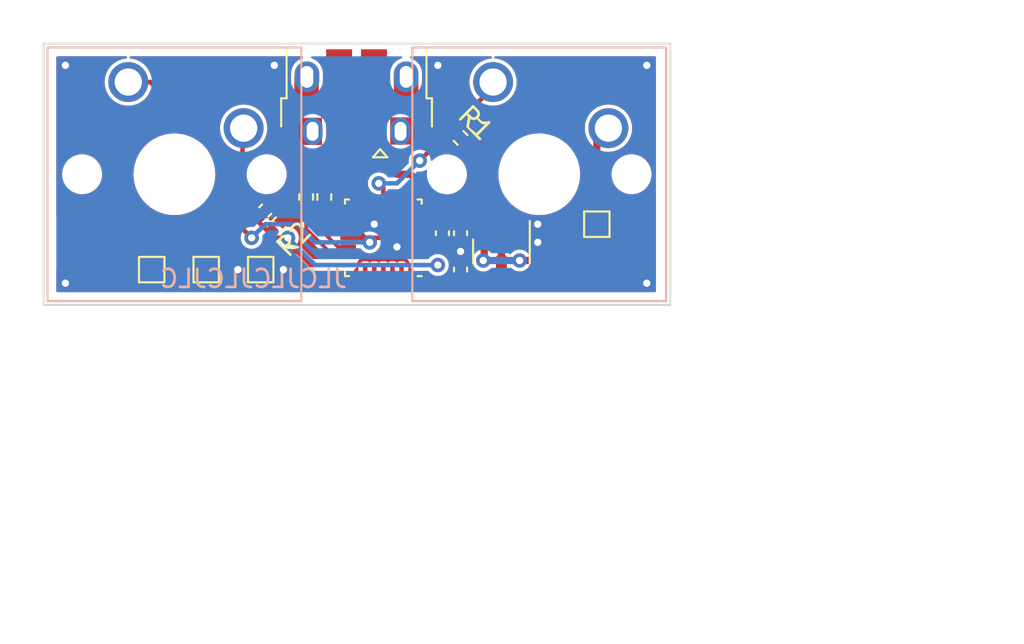
<source format=kicad_pcb>
(kicad_pcb (version 20211014) (generator pcbnew)
  (layers (0 "F.Cu" signal) (31 "B.Cu" signal) (34 "B.Paste" user) (35 "F.Paste" user) (36 "B.SilkS" user "B.Silkscreen") (37 "F.SilkS" user "F.Silkscreen") (38 "B.Mask" user) (39 "F.Mask" user) (44 "Edge.Cuts" user))
  (net 0 "")
  (net 1 "+5V")
  (net 2 "GND")
  (net 3 "+3.3V")
  (net 13 "/SWDIO")
  (net 14 "/D+")
  (net 15 "/D-")
  (net 18 "/BOOT0")
  (net 19 "/SW1")
  (net 20 "/SWCLK")
  (net 30 "Net-(J1-Pad2)")
  (net 31 "Net-(J1-Pad3)")
  (footprint "TestPoint:TestPoint_Pad_1.0x1.0mm" (layer "F.Cu") (at 91.25 57.75)
    (fp_text reference "SWDIO1")
    (fp_text value "TestPoint")
    (fp_line (start 0.7 0.7) (end -0.7 0.7) (layer "F.SilkS") (width 0.12))
    (fp_line (start 0.7 -0.7) (end 0.7 0.7) (layer "F.SilkS") (width 0.12))
    (fp_line (start -0.7 -0.7) (end 0.7 -0.7) (layer "F.SilkS") (width 0.12))
    (fp_line (start -0.7 0.7) (end -0.7 -0.7) (layer "F.SilkS") (width 0.12))
    (pad "1" smd rect (at 0 0) (size 1 1) (layers "F.Cu" "F.Mask") (net 13 "/SWDIO"))
  )
  (footprint "Capacitor_SMD:C_0402_1005Metric" (layer "F.Cu") (at 107.25 55.75 -90)
    (fp_text reference "C5")
    (fp_text value "100n")
    (fp_line (start -0.107836 -0.36) (end 0.107836 -0.36) (layer "F.SilkS") (width 0.12))
    (fp_line (start -0.107836 0.36) (end 0.107836 0.36) (layer "F.SilkS") (width 0.12))
    (pad "1" smd roundrect (at -0.48 0 270) (size 0.56 0.62) (layers "F.Cu" "F.Paste" "F.Mask") (net 3 "+3.3V"))
    (pad "2" smd roundrect (at 0.48 0 270) (size 0.56 0.62) (layers "F.Cu" "F.Paste" "F.Mask") (net 2 "GND"))
  )
  (footprint "Resistor_SMD:R_0402_1005Metric" (layer "F.Cu") (at 100.75 53.75 90)
    (fp_text reference "R4")
    (fp_text value "220Ω")
    (fp_line (start -0.153641 -0.38) (end 0.153641 -0.38) (layer "F.SilkS") (width 0.12))
    (fp_line (start -0.153641 0.38) (end 0.153641 0.38) (layer "F.SilkS") (width 0.12))
    (pad "1" smd roundrect (at -0.51 0 90) (size 0.54 0.64) (layers "F.Cu" "F.Paste" "F.Mask") (net 15 "/D-"))
    (pad "2" smd roundrect (at 0.51 0 90) (size 0.54 0.64) (layers "F.Cu" "F.Paste" "F.Mask") (net 30 "Net-(J1-Pad2)"))
  )
  (footprint "TestPoint:TestPoint_Pad_1.0x1.0mm" (layer "F.Cu") (at 115.75 55.25)
    (fp_text reference "3V3")
    (fp_text value "TestPoint")
    (fp_line (start 0.7 -0.7) (end 0.7 0.7) (layer "F.SilkS") (width 0.12))
    (fp_line (start 0.7 0.7) (end -0.7 0.7) (layer "F.SilkS") (width 0.12))
    (fp_line (start -0.7 -0.7) (end 0.7 -0.7) (layer "F.SilkS") (width 0.12))
    (fp_line (start -0.7 0.7) (end -0.7 -0.7) (layer "F.SilkS") (width 0.12))
    (pad "1" smd rect (at 0 0) (size 1 1) (layers "F.Cu" "F.Mask") (net 3 "+3.3V"))
  )
  (footprint "Capacitor_SMD:C_0402_1005Metric" (layer "F.Cu") (at 97.5 54.5 45)
    (fp_text reference "C4")
    (fp_text value "100n")
    (fp_line (start -0.107836 -0.36) (end 0.107836 -0.36) (layer "F.SilkS") (width 0.12))
    (fp_line (start -0.107836 0.36) (end 0.107836 0.36) (layer "F.SilkS") (width 0.12))
    (pad "1" smd roundrect (at -0.48 0 45) (size 0.56 0.62) (layers "F.Cu" "F.Paste" "F.Mask") (net 18 "/BOOT0"))
    (pad "2" smd roundrect (at 0.48 0 45) (size 0.56 0.62) (layers "F.Cu" "F.Paste" "F.Mask") (net 2 "GND"))
  )
  (footprint "Capacitor_SMD:C_0402_1005Metric" (layer "F.Cu") (at 108.25 55.75 -90)
    (fp_text reference "C2")
    (fp_text value "1uF")
    (fp_line (start -0.107836 -0.36) (end 0.107836 -0.36) (layer "F.SilkS") (width 0.12))
    (fp_line (start -0.107836 0.36) (end 0.107836 0.36) (layer "F.SilkS") (width 0.12))
    (pad "1" smd roundrect (at -0.48 0 270) (size 0.56 0.62) (layers "F.Cu" "F.Paste" "F.Mask") (net 3 "+3.3V"))
    (pad "2" smd roundrect (at 0.48 0 270) (size 0.56 0.62) (layers "F.Cu" "F.Paste" "F.Mask") (net 2 "GND"))
  )
  (footprint "Capacitor_SMD:C_0402_1005Metric" (layer "F.Cu") (at 109 49.75 -45)
    (fp_text reference "C3")
    (fp_text value "100n")
    (fp_line (start -0.107836 0.36) (end 0.107836 0.36) (layer "F.SilkS") (width 0.12))
    (fp_line (start -0.107836 -0.36) (end 0.107836 -0.36) (layer "F.SilkS") (width 0.12))
    (pad "1" smd roundrect (at -0.48 0 315) (size 0.56 0.62) (layers "F.Cu" "F.Paste" "F.Mask") (net 19 "/SW1"))
    (pad "2" smd roundrect (at 0.48 0 315) (size 0.56 0.62) (layers "F.Cu" "F.Paste" "F.Mask") (net 2 "GND"))
  )
  (footprint "Package_DFN_QFN:QFN-28_4x4mm_P0.5mm" (layer "F.Cu") (at 104 56 180)
    (fp_text reference "U2")
    (fp_text value "STM32F042G6Ux")
    (fp_line (start 1.885 -2.11) (end 2.11 -2.11) (layer "F.SilkS") (width 0.12))
    (fp_line (start -1.885 -2.11) (end -2.11 -2.11) (layer "F.SilkS") (width 0.12))
    (fp_line (start -2.11 2.11) (end -2.11 1.885) (layer "F.SilkS") (width 0.12))
    (fp_line (start 2.11 -2.11) (end 2.11 -1.885) (layer "F.SilkS") (width 0.12))
    (fp_line (start -1.885 2.11) (end -2.11 2.11) (layer "F.SilkS") (width 0.12))
    (fp_line (start 1.885 2.11) (end 2.11 2.11) (layer "F.SilkS") (width 0.12))
    (fp_line (start 2.11 2.11) (end 2.11 1.885) (layer "F.SilkS") (width 0.12))
    (pad "1" smd custom (at -1.9975 -1.5 180) (size 0.136863 0.136863) (layers "F.Cu" "F.Paste" "F.Mask") (net 18 "/BOOT0") (options (clearance outline) (anchor circle)) (primitives (gr_poly (pts (xy 0.3325 0.05364) (xy 0.3325 0.08) (xy -0.3325 0.08) (xy -0.3325 -0.08) (xy 0.19886 -0.08)) (width 0.09) (fill yes))))
    (pad "2" smd roundrect (at -1.9375 -1 180) (size 0.875 0.25) (layers "F.Cu" "F.Paste" "F.Mask"))
    (pad "3" smd roundrect (at -1.9375 -0.5 180) (size 0.875 0.25) (layers "F.Cu" "F.Paste" "F.Mask"))
    (pad "4" smd roundrect (at -1.9375 0 180) (size 0.875 0.25) (layers "F.Cu" "F.Paste" "F.Mask"))
    (pad "5" smd roundrect (at -1.9375 0.5 180) (size 0.875 0.25) (layers "F.Cu" "F.Paste" "F.Mask") (net 3 "+3.3V"))
    (pad "6" smd roundrect (at -1.9375 1 180) (size 0.875 0.25) (layers "F.Cu" "F.Paste" "F.Mask"))
    (pad "7" smd custom (at -1.9975 1.5 180) (size 0.136863 0.136863) (layers "F.Cu" "F.Paste" "F.Mask") (options (clearance outline) (anchor circle)) (primitives (gr_poly (pts (xy 0.3325 -0.05364) (xy 0.19886 0.08) (xy -0.3325 0.08) (xy -0.3325 -0.08) (xy 0.3325 -0.08)) (width 0.09) (fill yes))))
    (pad "8" smd custom (at -1.5 1.9975 180) (size 0.136863 0.136863) (layers "F.Cu" "F.Paste" "F.Mask") (options (clearance outline) (anchor circle)) (primitives (gr_poly (pts (xy 0.08 0.3325) (xy -0.08 0.3325) (xy -0.08 -0.19886) (xy 0.05364 -0.3325) (xy 0.08 -0.3325)) (width 0.09) (fill yes))))
    (pad "9" smd roundrect (at -1 1.9375 180) (size 0.25 0.875) (layers "F.Cu" "F.Paste" "F.Mask"))
    (pad "10" smd roundrect (at -0.5 1.9375 180) (size 0.25 0.875) (layers "F.Cu" "F.Paste" "F.Mask"))
    (pad "11" smd roundrect (at 0 1.9375 180) (size 0.25 0.875) (layers "F.Cu" "F.Paste" "F.Mask") (net 19 "/SW1"))
    (pad "12" smd roundrect (at 0.5 1.9375 180) (size 0.25 0.875) (layers "F.Cu" "F.Paste" "F.Mask"))
    (pad "13" smd roundrect (at 1 1.9375 180) (size 0.25 0.875) (layers "F.Cu" "F.Paste" "F.Mask"))
    (pad "14" smd custom (at 1.5 1.9975 180) (size 0.136863 0.136863) (layers "F.Cu" "F.Paste" "F.Mask") (options (clearance outline) (anchor circle)) (primitives (gr_poly (pts (xy 0.08 -0.19886) (xy 0.08 0.3325) (xy -0.08 0.3325) (xy -0.08 -0.3325) (xy -0.05364 -0.3325)) (width 0.09) (fill yes))))
    (pad "15" smd custom (at 1.9975 1.5 180) (size 0.136863 0.136863) (layers "F.Cu" "F.Paste" "F.Mask") (options (clearance outline) (anchor circle)) (primitives (gr_poly (pts (xy 0.3325 0.08) (xy -0.19886 0.08) (xy -0.3325 -0.05364) (xy -0.3325 -0.08) (xy 0.3325 -0.08)) (width 0.09) (fill yes))))
    (pad "16" smd roundrect (at 1.9375 1 180) (size 0.875 0.25) (layers "F.Cu" "F.Paste" "F.Mask") (net 2 "GND"))
    (pad "17" smd roundrect (at 1.9375 0.5 180) (size 0.875 0.25) (layers "F.Cu" "F.Paste" "F.Mask") (net 3 "+3.3V"))
    (pad "18" smd roundrect (at 1.9375 0 180) (size 0.875 0.25) (layers "F.Cu" "F.Paste" "F.Mask") (net 3 "+3.3V"))
    (pad "19" smd roundrect (at 1.9375 -0.5 180) (size 0.875 0.25) (layers "F.Cu" "F.Paste" "F.Mask") (net 15 "/D-"))
    (pad "20" smd roundrect (at 1.9375 -1 180) (size 0.875 0.25) (layers "F.Cu" "F.Paste" "F.Mask") (net 14 "/D+"))
    (pad "21" smd custom (at 1.9975 -1.5 180) (size 0.136863 0.136863) (layers "F.Cu" "F.Paste" "F.Mask") (net 13 "/SWDIO") (options (clearance outline) (anchor circle)) (primitives (gr_poly (pts (xy 0.3325 0.08) (xy -0.3325 0.08) (xy -0.3325 0.05364) (xy -0.19886 -0.08) (xy 0.3325 -0.08)) (width 0.09) (fill yes))))
    (pad "22" smd custom (at 1.5 -1.9975 180) (size 0.136863 0.136863) (layers "F.Cu" "F.Paste" "F.Mask") (net 20 "/SWCLK") (options (clearance outline) (anchor circle)) (primitives (gr_poly (pts (xy 0.08 0.19886) (xy -0.05364 0.3325) (xy -0.08 0.3325) (xy -0.08 -0.3325) (xy 0.08 -0.3325)) (width 0.09) (fill yes))))
    (pad "23" smd roundrect (at 1 -1.9375 180) (size 0.25 0.875) (layers "F.Cu" "F.Paste" "F.Mask"))
    (pad "24" smd roundrect (at 0.5 -1.9375 180) (size 0.25 0.875) (layers "F.Cu" "F.Paste" "F.Mask"))
    (pad "25" smd roundrect (at 0 -1.9375 180) (size 0.25 0.875) (layers "F.Cu" "F.Paste" "F.Mask"))
    (pad "26" smd roundrect (at -0.5 -1.9375 180) (size 0.25 0.875) (layers "F.Cu" "F.Paste" "F.Mask"))
    (pad "27" smd roundrect (at -1 -1.9375 180) (size 0.25 0.875) (layers "F.Cu" "F.Paste" "F.Mask"))
    (pad "28" smd custom (at -1.5 -1.9975 180) (size 0.136863 0.136863) (layers "F.Cu" "F.Paste" "F.Mask") (options (clearance outline) (anchor circle)) (primitives (gr_poly (pts (xy 0.08 0.3325) (xy 0.05364 0.3325) (xy -0.08 0.19886) (xy -0.08 -0.3325) (xy 0.08 -0.3325)) (width 0.09) (fill yes))))
  )
  (footprint "Resistor_SMD:R_0402_1005Metric" (layer "F.Cu") (at 98.25 55.25 -135)
    (fp_text reference "R2" (at 0 -1.17 45) (layer "F.SilkS"))
    (fp_text value "10k")
    (fp_line (start -0.153641 -0.38) (end 0.153641 -0.38) (layer "F.SilkS") (width 0.12))
    (fp_line (start -0.153641 0.38) (end 0.153641 0.38) (layer "F.SilkS") (width 0.12))
    (pad "1" smd roundrect (at -0.51 0 225) (size 0.54 0.64) (layers "F.Cu" "F.Paste" "F.Mask") (net 2 "GND"))
    (pad "2" smd roundrect (at 0.51 0 225) (size 0.54 0.64) (layers "F.Cu" "F.Paste" "F.Mask") (net 18 "/BOOT0"))
  )
  (footprint "Connector_USB:USB_Micro-B_Amphenol_10103594-0001LF_Horizontal" (layer "F.Cu") (at 102.5 48.25 180)
    (fp_text reference "J1")
    (fp_text value "USB_B_Micro")
    (fp_line (start 4.125 -0.065) (end 4.125 -1.615) (layer "F.SilkS") (width 0.12))
    (fp_line (start -4.175 -0.065) (end -3.875 -0.065) (layer "F.SilkS") (width 0.12))
    (fp_line (start 3.825 2.735) (end 3.825 -0.065) (layer "F.SilkS") (width 0.12))
    (fp_line (start -4.175 -0.065) (end -4.175 -1.615) (layer "F.SilkS") (width 0.12))
    (fp_line (start -3.875 2.735) (end -3.875 -0.065) (layer "F.SilkS") (width 0.12))
    (fp_line (start -1.725 -3.315) (end -0.925 -3.315) (layer "F.SilkS") (width 0.12))
    (fp_line (start -0.925 -3.315) (end -1.325 -2.865) (layer "F.SilkS") (width 0.12))
    (fp_line (start 3.825 -0.065) (end 4.125 -0.065) (layer "F.SilkS") (width 0.12))
    (fp_line (start -1.325 -2.865) (end -1.725 -3.315) (layer "F.SilkS") (width 0.12))
    (pad "1" smd rect (at -1.325 -1.765 270) (size 1.65 0.4) (layers "F.Cu" "F.Paste" "F.Mask") (net 1 "+5V"))
    (pad "2" smd rect (at -0.675 -1.765 270) (size 1.65 0.4) (layers "F.Cu" "F.Paste" "F.Mask") (net 30 "Net-(J1-Pad2)"))
    (pad "3" smd rect (at -0.025 -1.765 270) (size 1.65 0.4) (layers "F.Cu" "F.Paste" "F.Mask") (net 31 "Net-(J1-Pad3)"))
    (pad "4" smd rect (at 0.625 -1.765 270) (size 1.65 0.4) (layers "F.Cu" "F.Paste" "F.Mask"))
    (pad "5" smd rect (at 1.275 -1.765 270) (size 1.65 0.4) (layers "F.Cu" "F.Paste" "F.Mask") (net 2 "GND"))
    (pad "6" thru_hole oval (at 2.395 -1.885 270) (size 1.5 1.1) (drill oval 1.05 0.65) (layers *.Cu *.Mask))
    (pad "6" smd rect (at -2.875 -1.865 180) (size 2 1.5) (layers "F.Cu" "F.Paste" "F.Mask"))
    (pad "6" thru_hole oval (at -2.445 -1.885 270) (size 1.5 1.1) (drill oval 1.05 0.65) (layers *.Cu *.Mask))
    (pad "6" thru_hole oval (at 2.705 1.115 270) (size 1.7 1.35) (drill oval 1.2 0.7) (layers *.Cu *.Mask))
    (pad "6" smd rect (at -2.755 0.185 180) (size 1.35 2) (layers "F.Cu" "F.Paste" "F.Mask"))
    (pad "6" smd rect (at -2.975 -0.565 180) (size 1.825 0.7) (layers "F.Cu" "F.Paste" "F.Mask"))
    (pad "6" smd rect (at 2.875 -1.885 180) (size 2 1.5) (layers "F.Cu" "F.Paste" "F.Mask"))
    (pad "6" smd rect (at 2.975 -0.565 180) (size 1.825 0.7) (layers "F.Cu" "F.Paste" "F.Mask"))
    (pad "6" smd rect (at -0.985 1.385 270) (size 2.5 1.43) (layers "F.Cu" "F.Paste" "F.Mask"))
    (pad "6" smd rect (at 0.935 1.385 270) (size 2.5 1.43) (layers "F.Cu" "F.Paste" "F.Mask"))
    (pad "6" smd rect (at 2.725 0.185 180) (size 1.35 2) (layers "F.Cu" "F.Paste" "F.Mask"))
    (pad "6" thru_hole oval (at -2.755 1.115 270) (size 1.7 1.35) (drill oval 1.2 0.7) (layers *.Cu *.Mask))
  )
  (footprint "Resistor_SMD:R_0402_1005Metric" (layer "F.Cu") (at 108.25 50.5 -45)
    (fp_text reference "R1" (at 0 -1.17 135) (layer "F.SilkS"))
    (fp_text value "10k")
    (fp_line (start -0.153641 0.38) (end 0.153641 0.38) (layer "F.SilkS") (width 0.12))
    (fp_line (start -0.153641 -0.38) (end 0.153641 -0.38) (layer "F.SilkS") (width 0.12))
    (pad "1" smd roundrect (at -0.51 0 315) (size 0.54 0.64) (layers "F.Cu" "F.Paste" "F.Mask") (net 2 "GND"))
    (pad "2" smd roundrect (at 0.51 0 315) (size 0.54 0.64) (layers "F.Cu" "F.Paste" "F.Mask") (net 19 "/SW1"))
  )
  (footprint "Resistor_SMD:R_0402_1005Metric" (layer "F.Cu") (at 99.75 53.75 -90)
    (fp_text reference "R3")
    (fp_text value "220Ω")
    (fp_line (start -0.153641 0.38) (end 0.153641 0.38) (layer "F.SilkS") (width 0.12))
    (fp_line (start -0.153641 -0.38) (end 0.153641 -0.38) (layer "F.SilkS") (width 0.12))
    (pad "1" smd roundrect (at -0.51 0 270) (size 0.54 0.64) (layers "F.Cu" "F.Paste" "F.Mask") (net 31 "Net-(J1-Pad3)"))
    (pad "2" smd roundrect (at 0.51 0 270) (size 0.54 0.64) (layers "F.Cu" "F.Paste" "F.Mask") (net 14 "/D+"))
  )
  (footprint "TestPoint:TestPoint_Pad_1.0x1.0mm" (layer "F.Cu") (at 94.25 57.75)
    (fp_text reference "SWCLK1")
    (fp_text value "TestPoint")
    (fp_line (start -0.7 -0.7) (end 0.7 -0.7) (layer "F.SilkS") (width 0.12))
    (fp_line (start 0.7 -0.7) (end 0.7 0.7) (layer "F.SilkS") (width 0.12))
    (fp_line (start 0.7 0.7) (end -0.7 0.7) (layer "F.SilkS") (width 0.12))
    (fp_line (start -0.7 0.7) (end -0.7 -0.7) (layer "F.SilkS") (width 0.12))
    (pad "1" smd rect (at 0 0) (size 1 1) (layers "F.Cu" "F.Mask") (net 20 "/SWCLK"))
  )
  (footprint "Capacitor_SMD:C_0402_1005Metric" (layer "F.Cu") (at 108.25 57.75 90)
    (fp_text reference "C1")
    (fp_text value "1uF")
    (fp_line (start -0.107836 0.36) (end 0.107836 0.36) (layer "F.SilkS") (width 0.12))
    (fp_line (start -0.107836 -0.36) (end 0.107836 -0.36) (layer "F.SilkS") (width 0.12))
    (pad "1" smd roundrect (at -0.48 0 90) (size 0.56 0.62) (layers "F.Cu" "F.Paste" "F.Mask") (net 1 "+5V"))
    (pad "2" smd roundrect (at 0.48 0 90) (size 0.56 0.62) (layers "F.Cu" "F.Paste" "F.Mask") (net 2 "GND"))
  )
  (footprint "TestPoint:TestPoint_Pad_1.0x1.0mm" (layer "F.Cu") (at 97.25 57.75)
    (fp_text reference "GND1")
    (fp_text value "TestPoint")
    (fp_line (start -0.7 0.7) (end -0.7 -0.7) (layer "F.SilkS") (width 0.12))
    (fp_line (start -0.7 -0.7) (end 0.7 -0.7) (layer "F.SilkS") (width 0.12))
    (fp_line (start 0.7 0.7) (end -0.7 0.7) (layer "F.SilkS") (width 0.12))
    (fp_line (start 0.7 -0.7) (end 0.7 0.7) (layer "F.SilkS") (width 0.12))
    (pad "1" smd rect (at 0 0) (size 1 1) (layers "F.Cu" "F.Mask") (net 2 "GND"))
  )
  (footprint "Package_TO_SOT_SMD:SOT-23" (layer "F.Cu") (at 110.5 56.75 -90)
    (fp_text reference "U1")
    (fp_text value "XC6206P332MR")
    (fp_line (start 0 -1.56) (end 0.65 -1.56) (layer "F.SilkS") (width 0.12))
    (fp_line (start 0 1.56) (end 0.65 1.56) (layer "F.SilkS") (width 0.12))
    (fp_line (start 0 -1.56) (end -1.675 -1.56) (layer "F.SilkS") (width 0.12))
    (fp_line (start 0 1.56) (end -0.65 1.56) (layer "F.SilkS") (width 0.12))
    (pad "1" smd roundrect (at -0.9375 -0.95 270) (size 1.475 0.6) (layers "F.Cu" "F.Paste" "F.Mask") (net 2 "GND"))
    (pad "2" smd roundrect (at -0.9375 0.95 270) (size 1.475 0.6) (layers "F.Cu" "F.Paste" "F.Mask") (net 3 "+3.3V"))
    (pad "3" smd roundrect (at 0.9375 0 270) (size 1.475 0.6) (layers "F.Cu" "F.Paste" "F.Mask") (net 1 "+5V"))
  )
  (footprint "Button_Switch_Keyboard:SW_Cherry_MX_1.00u_PCB" (layer "B.Cu") (at 110.04 47.42 180)
    (fp_text reference "SW1")
    (fp_text value "SW_Push")
    (fp_line (start 4.445 -12.065) (end -9.525 -12.065) (layer "B.SilkS") (width 0.12))
    (fp_line (start -9.525 -12.065) (end -9.525 1.905) (layer "B.SilkS") (width 0.12))
    (fp_line (start 4.445 1.905) (end 4.445 -12.065) (layer "B.SilkS") (width 0.12))
    (fp_line (start -9.525 1.905) (end 4.445 1.905) (layer "B.SilkS") (width 0.12))
    (pad "" np_thru_hole circle (at -7.62 -5.08 180) (size 1.7 1.7) (drill 1.7) (layers *.Cu *.Mask))
    (pad "" np_thru_hole circle (at 2.54 -5.08 180) (size 1.7 1.7) (drill 1.7) (layers *.Cu *.Mask))
    (pad "" np_thru_hole circle (at -2.54 -5.08 180) (size 4 4) (drill 4) (layers *.Cu *.Mask))
    (pad "1" thru_hole circle (at 0 0 180) (size 2.2 2.2) (drill 1.5) (layers *.Cu *.Mask) (net 19 "/SW1"))
    (pad "2" thru_hole circle (at -6.35 -2.54 180) (size 2.2 2.2) (drill 1.5) (layers *.Cu *.Mask) (net 3 "+3.3V"))
  )
  (footprint "Button_Switch_Keyboard:SW_Cherry_MX_1.00u_PCB" (layer "B.Cu") (at 89.96 47.42 180)
    (fp_text reference "SW2")
    (fp_text value "SW_Push")
    (fp_line (start 4.445 1.905) (end 4.445 -12.065) (layer "B.SilkS") (width 0.12))
    (fp_line (start -9.525 -12.065) (end -9.525 1.905) (layer "B.SilkS") (width 0.12))
    (fp_line (start 4.445 -12.065) (end -9.525 -12.065) (layer "B.SilkS") (width 0.12))
    (fp_line (start -9.525 1.905) (end 4.445 1.905) (layer "B.SilkS") (width 0.12))
    (pad "" np_thru_hole circle (at -2.54 -5.08 180) (size 4 4) (drill 4) (layers *.Cu *.Mask))
    (pad "" np_thru_hole circle (at -7.62 -5.08 180) (size 1.7 1.7) (drill 1.7) (layers *.Cu *.Mask))
    (pad "" np_thru_hole circle (at 2.54 -5.08 180) (size 1.7 1.7) (drill 1.7) (layers *.Cu *.Mask))
    (pad "1" thru_hole circle (at 0 0 180) (size 2.2 2.2) (drill 1.5) (layers *.Cu *.Mask) (net 3 "+3.3V"))
    (pad "2" thru_hole circle (at -6.35 -2.54 180) (size 2.2 2.2) (drill 1.5) (layers *.Cu *.Mask) (net 18 "/BOOT0"))
  )
  (gr_rect (start 85.3 45.3) (end 119.8 59.7) (layer "Edge.Cuts") (width 0.1) (fill none))
  (gr_text "rappet\n2023" (at 88 56.25) (layer "F.Cu") (effects (font (size 0.7 0.7))))
  (gr_text "JLCJLCJLCJLC" (at 96.85 58.25) (layer "B.SilkS") (effects (font (size 1 1)) (justify mirror)))
  (segment (start 103.825 50.015) (end 103.825 51.575) (width 0.4) (layer "F.Cu") (net 1))
  (segment (start 107 54) (end 109.5 54) (width 0.4) (layer "F.Cu") (net 1))
  (segment (start 110.5 55) (end 110.5 57.6875) (width 0.4) (layer "F.Cu") (net 1))
  (segment (start 108.25 58.23) (end 109.9575 58.23) (width 0.4) (layer "F.Cu") (net 1))
  (segment (start 104.75 52.5) (end 105.5 52.5) (width 0.4) (layer "F.Cu") (net 1))
  (segment (start 109.9575 58.23) (end 110.5 57.6875) (width 0.4) (layer "F.Cu") (net 1))
  (segment (start 103.825 51.575) (end 104.75 52.5) (width 0.4) (layer "F.Cu") (net 1))
  (segment (start 109.5 54) (end 110.5 55) (width 0.4) (layer "F.Cu") (net 1))
  (segment (start 105.5 52.5) (end 107 54) (width 0.4) (layer "F.Cu") (net 1))
  (segment (start 107.25 56.23) (end 108.25 56.23) (width 0.4) (layer "F.Cu") (net 2))
  (segment (start 97.25 57.75) (end 96 57.75) (width 0.25) (layer "F.Cu") (net 2))
  (segment (start 108.25 57.27) (end 108.25 56.75) (width 0.4) (layer "F.Cu") (net 2))
  (segment (start 97.25 57.75) (end 98.5 57.75) (width 0.25) (layer "F.Cu") (net 2))
  (segment (start 103.25 55) (end 103.5 55.25) (width 0.25) (layer "F.Cu") (net 2))
  (segment (start 102.0625 55) (end 103.25 55) (width 0.25) (layer "F.Cu") (net 2))
  (segment (start 108.25 56.23) (end 108.25 56.75) (width 0.4) (layer "F.Cu") (net 2))
  (via (at 112.5 55.25) (size 0.8) (drill 0.4) (layers "F.Cu" "B.Cu") (net 2))
  (via (at 107 46.5) (size 0.8) (drill 0.4) (layers "F.Cu" "B.Cu") (net 2))
  (via (at 96 57.75) (size 0.8) (drill 0.4) (layers "F.Cu" "B.Cu") (net 2))
  (via (at 112.5 56.25) (size 0.8) (drill 0.4) (layers "F.Cu" "B.Cu") (net 2))
  (via (at 118.5 58.5) (size 0.8) (drill 0.4) (layers "F.Cu" "B.Cu") (net 2))
  (via (at 98 46.5) (size 0.8) (drill 0.4) (layers "F.Cu" "B.Cu") (net 2))
  (via (at 86.5 58.5) (size 0.8) (drill 0.4) (layers "F.Cu" "B.Cu") (net 2))
  (via (at 108.25 56.75) (size 0.8) (drill 0.4) (layers "F.Cu" "B.Cu") (net 2))
  (via (at 104.75 56.5) (size 0.8) (drill 0.4) (layers "F.Cu" "B.Cu") (net 2))
  (via (at 118.5 46.5) (size 0.8) (drill 0.4) (layers "F.Cu" "B.Cu") (net 2))
  (via (at 103.5 55.25) (size 0.8) (drill 0.4) (layers "F.Cu" "B.Cu") (net 2))
  (via (at 98.5 57.75) (size 0.8) (drill 0.4) (layers "F.Cu" "B.Cu") (net 2))
  (via (at 86.5 46.5) (size 0.8) (drill 0.4) (layers "F.Cu" "B.Cu") (net 2))
  (segment (start 95.5 54.75) (end 96.75 56) (width 0.25) (layer "F.Cu") (net 3))
  (segment (start 109.0075 55.27) (end 109.55 55.8125) (width 0.4) (layer "F.Cu") (net 3))
  (segment (start 89.96 47.42) (end 91.17 47.42) (width 0.25) (layer "F.Cu") (net 3))
  (segment (start 103.25 56.25) (end 103 56) (width 0.25) (layer "F.Cu") (net 3))
  (segment (start 104.5 55.5) (end 105.9375 55.5) (width 0.25) (layer "F.Cu") (net 3))
  (segment (start 106.5 55.5) (end 106.73 55.27) (width 0.25) (layer "F.Cu") (net 3))
  (segment (start 95.5 51.75) (end 95.5 54) (width 0.25) (layer "F.Cu") (net 3))
  (segment (start 109.55 55.8125) (end 109.55 57.2) (width 0.4) (layer "F.Cu") (net 3))
  (segment (start 95.5 54) (end 95.5 54.75) (width 0.25) (layer "F.Cu") (net 3))
  (segment (start 95.25 51.5) (end 95.5 51.75) (width 0.25) (layer "F.Cu") (net 3))
  (segment (start 105.9375 55.5) (end 106.5 55.5) (width 0.25) (layer "F.Cu") (net 3))
  (segment (start 113.75 57.25) (end 115.75 55.25) (width 0.4) (layer "F.Cu") (net 3))
  (segment (start 103 56) (end 104 56) (width 0.25) (layer "F.Cu") (net 3))
  (segment (start 102.0625 55.5) (end 102.5 55.5) (width 0.25) (layer "F.Cu") (net 3))
  (segment (start 104 56) (end 104.5 55.5) (width 0.25) (layer "F.Cu") (net 3))
  (segment (start 108.25 55.27) (end 109.0075 55.27) (width 0.4) (layer "F.Cu") (net 3))
  (segment (start 109.55 57.2) (end 109.5 57.25) (width 0.4) (layer "F.Cu") (net 3))
  (segment (start 115.75 50.6) (end 116.39 49.96) (width 0.4) (layer "F.Cu") (net 3))
  (segment (start 107.25 55.27) (end 108.25 55.27) (width 0.4) (layer "F.Cu") (net 3))
  (segment (start 102.5 55.5) (end 103 56) (width 0.25) (layer "F.Cu") (net 3))
  (segment (start 115.75 55.25) (end 115.75 50.6) (width 0.4) (layer "F.Cu") (net 3))
  (segment (start 102.0625 56) (end 103 56) (width 0.25) (layer "F.Cu") (net 3))
  (segment (start 106.73 55.27) (end 107.25 55.27) (width 0.25) (layer "F.Cu") (net 3))
  (segment (start 91.17 47.42) (end 95.25 51.5) (width 0.25) (layer "F.Cu") (net 3))
  (segment (start 111.5 57.25) (end 113.75 57.25) (width 0.4) (layer "F.Cu") (net 3))
  (via (at 96.75 56) (size 0.8) (drill 0.4) (layers "F.Cu" "B.Cu") (net 3))
  (via (at 109.5 57.25) (size 0.8) (drill 0.4) (layers "F.Cu" "B.Cu") (net 3))
  (via (at 111.5 57.25) (size 0.8) (drill 0.4) (layers "F.Cu" "B.Cu") (net 3))
  (via (at 103.25 56.25) (size 0.8) (drill 0.4) (layers "F.Cu" "B.Cu") (net 3))
  (segment (start 99.25 55.25) (end 100.25 56.25) (width 0.25) (layer "B.Cu") (net 3))
  (segment (start 97.5 55.25) (end 99.25 55.25) (width 0.25) (layer "B.Cu") (net 3))
  (segment (start 96.75 56) (end 97.5 55.25) (width 0.25) (layer "B.Cu") (net 3))
  (segment (start 109.5 57.25) (end 111.5 57.25) (width 0.4) (layer "B.Cu") (net 3))
  (segment (start 100.25 56.25) (end 103.25 56.25) (width 0.25) (layer "B.Cu") (net 3))
  (segment (start 92.25 56.75) (end 91.25 57.75) (width 0.25) (layer "F.Cu") (net 13))
  (segment (start 102.0025 57.5) (end 100 57.5) (width 0.25) (layer "F.Cu") (net 13))
  (segment (start 99.25 56.75) (end 92.25 56.75) (width 0.25) (layer "F.Cu") (net 13))
  (segment (start 100 57.5) (end 99.25 56.75) (width 0.25) (layer "F.Cu") (net 13))
  (segment (start 102.0625 57) (end 101.25 57) (width 0.2) (layer "F.Cu") (net 14))
  (segment (start 99.75 55.5) (end 99.75 54.26) (width 0.2) (layer "F.Cu") (net 14))
  (segment (start 101.25 57) (end 99.75 55.5) (width 0.2) (layer "F.Cu") (net 14))
  (segment (start 101.5 56.5) (end 100.75 55.75) (width 0.2) (layer "F.Cu") (net 15))
  (segment (start 100.75 55.75) (end 100.75 54.26) (width 0.2) (layer "F.Cu") (net 15))
  (segment (start 102.0625 56.5) (end 101.5 56.5) (width 0.2) (layer "F.Cu") (net 15))
  (segment (start 96.31 49.96) (end 96.25 50.02) (width 0.25) (layer "F.Cu") (net 18))
  (segment (start 96.25 54.25) (end 98 56) (width 0.25) (layer "F.Cu") (net 18))
  (segment (start 96.25 50.02) (end 96.25 54.25) (width 0.25) (layer "F.Cu") (net 18))
  (segment (start 107 57.5) (end 105.9975 57.5) (width 0.25) (layer "F.Cu") (net 18))
  (segment (start 98 56) (end 98.75 56) (width 0.25) (layer "F.Cu") (net 18))
  (via (at 98.75 56) (size 0.8) (drill 0.4) (layers "F.Cu" "B.Cu") (net 18))
  (via (at 107 57.5) (size 0.8) (drill 0.4) (layers "F.Cu" "B.Cu") (net 18))
  (segment (start 100.25 57.5) (end 107 57.5) (width 0.25) (layer "B.Cu") (net 18))
  (segment (start 98.75 56) (end 100.25 57.5) (width 0.25) (layer "B.Cu") (net 18))
  (segment (start 104 54.0625) (end 104 53.25) (width 0.25) (layer "F.Cu") (net 19))
  (segment (start 104 53.25) (end 103.75 53) (width 0.25) (layer "F.Cu") (net 19))
  (segment (start 110.04 47.71) (end 110.04 47.42) (width 0.25) (layer "F.Cu") (net 19))
  (segment (start 106 51.75) (end 110.04 47.71) (width 0.25) (layer "F.Cu") (net 19))
  (via (at 103.75 53) (size 0.8) (drill 0.4) (layers "F.Cu" "B.Cu") (net 19))
  (via (at 106 51.75) (size 0.8) (drill 0.4) (layers "F.Cu" "B.Cu") (net 19))
  (segment (start 104.75 53) (end 106 51.75) (width 0.25) (layer "B.Cu") (net 19))
  (segment (start 103.75 53) (end 104.75 53) (width 0.25) (layer "B.Cu") (net 19))
  (segment (start 95.25 58.75) (end 94.25 57.75) (width 0.25) (layer "F.Cu") (net 20))
  (segment (start 102.5 57.9975) (end 102.5 58.5) (width 0.25) (layer "F.Cu") (net 20))
  (segment (start 102.25 58.75) (end 95.25 58.75) (width 0.25) (layer "F.Cu") (net 20))
  (segment (start 102.5 58.5) (end 102.25 58.75) (width 0.25) (layer "F.Cu") (net 20))
  (segment (start 103.175 50.015) (end 103.175 51.575) (width 0.25) (layer "F.Cu") (net 30))
  (segment (start 100.75 53) (end 100.75 53.24) (width 0.25) (layer "F.Cu") (net 30))
  (segment (start 103.175 51.575) (end 102.25 52.5) (width 0.25) (layer "F.Cu") (net 30))
  (segment (start 101.25 52.5) (end 100.75 53) (width 0.25) (layer "F.Cu") (net 30))
  (segment (start 102.25 52.5) (end 101.25 52.5) (width 0.25) (layer "F.Cu") (net 30))
  (segment (start 100.625 52) (end 99.75 52.875) (width 0.25) (layer "F.Cu") (net 31))
  (segment (start 102.525 51.475) (end 102 52) (width 0.25) (layer "F.Cu") (net 31))
  (segment (start 99.75 52.875) (end 99.75 53.24) (width 0.25) (layer "F.Cu") (net 31))
  (segment (start 102 52) (end 100.625 52) (width 0.25) (layer "F.Cu") (net 31))
  (segment (start 102.525 50.015) (end 102.525 51.475) (width 0.25) (layer "F.Cu") (net 31))
  (zone (net 2) (net_name "GND") (layers F&B.Cu) (connect_pads thru_hole_only (clearance 0)) (min_thickness 0.127) (fill yes (thermal_gap 0.2) (thermal_bridge_width 0.508))
    (polygon (pts (xy 119 59) (xy 86 59) (xy 86 46) (xy 119 46)))
  )
)
</source>
